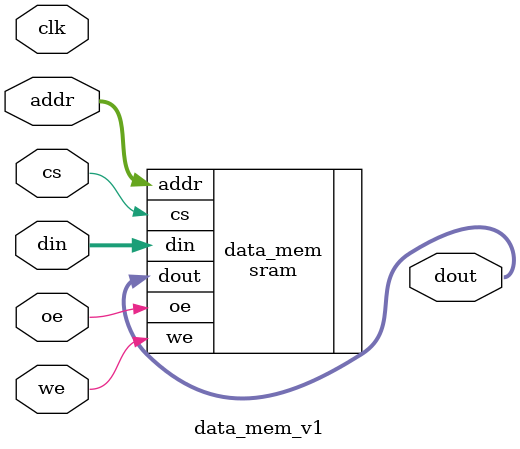
<source format=v>
module data_mem_v1(clk,cs,oe,we,addr,din,dout);

  parameter mem_file="";
  input clk;
  input cs;
  input oe;
  input we;
  input [31:0] addr;
  input [31:0] din;
  output [31:0] dout;

  sram #(.mem_file(mem_file)) data_mem(.cs(cs), .oe(oe), .we(we), .addr(addr), .din(din), .dout(dout));


endmodule
</source>
